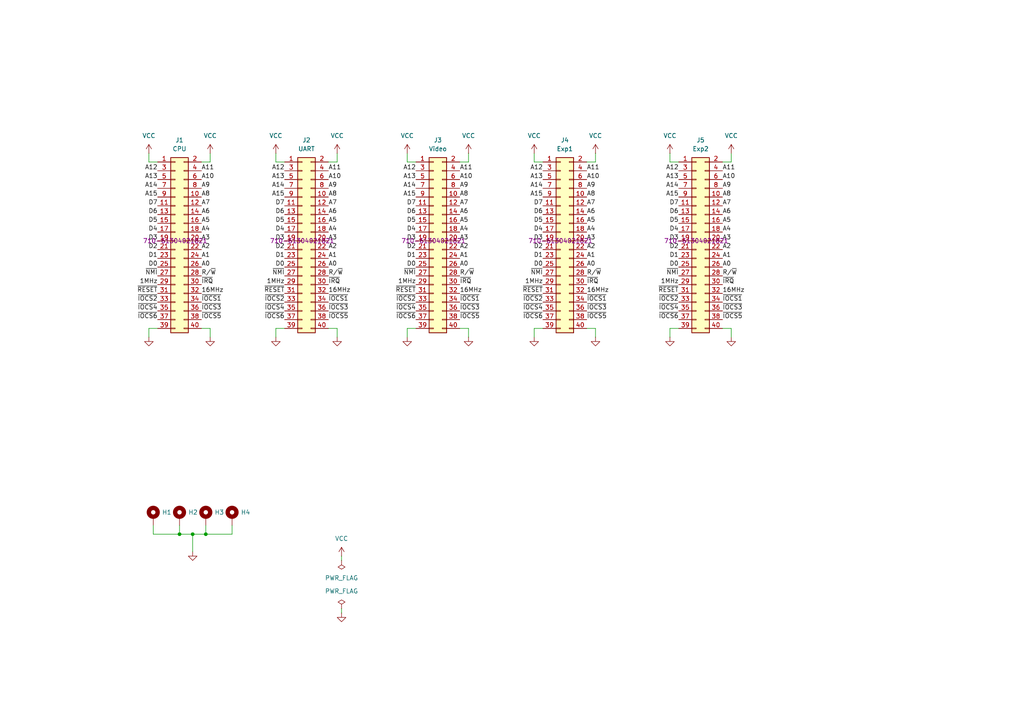
<source format=kicad_sch>
(kicad_sch (version 20250114) (generator "eeschema") (generator_version "9.0")
  (paper "A4")
  (lib_symbols
    (symbol "Connector_Generic:Conn_02x20_Odd_Even" (pin_names (offset 1.016) (hide yes))
      (property "Reference" "J" (at 1.27 25.4 0))
      (property "Value" "Conn_02x20_Odd_Even" (at 1.27 -27.94 0))
      (symbol "Conn_02x20_Odd_Even_1_1"
        (rectangle (start -1.27 24.13) (end 3.81 -26.67) (stroke (width 0.254)) (fill (type background)))
        (rectangle (start -1.27 22.987) (end 0 22.733) (stroke (width 0.1524)))
        (rectangle (start -1.27 20.447) (end 0 20.193) (stroke (width 0.1524)))
        (rectangle (start -1.27 17.907) (end 0 17.653) (stroke (width 0.1524)))
        (rectangle (start -1.27 15.367) (end 0 15.113) (stroke (width 0.1524)))
        (rectangle (start -1.27 12.827) (end 0 12.573) (stroke (width 0.1524)))
        (rectangle (start -1.27 10.287) (end 0 10.033) (stroke (width 0.1524)))
        (rectangle (start -1.27 7.747) (end 0 7.493) (stroke (width 0.1524)))
        (rectangle (start -1.27 5.207) (end 0 4.953) (stroke (width 0.1524)))
        (rectangle (start -1.27 2.667) (end 0 2.413) (stroke (width 0.1524)))
        (rectangle (start -1.27 0.127) (end 0 -0.127) (stroke (width 0.1524)))
        (rectangle (start -1.27 -2.413) (end 0 -2.667) (stroke (width 0.1524)))
        (rectangle (start -1.27 -4.953) (end 0 -5.207) (stroke (width 0.1524)))
        (rectangle (start -1.27 -7.493) (end 0 -7.747) (stroke (width 0.1524)))
        (rectangle (start -1.27 -10.033) (end 0 -10.287) (stroke (width 0.1524)))
        (rectangle (start -1.27 -12.573) (end 0 -12.827) (stroke (width 0.1524)))
        (rectangle (start -1.27 -15.113) (end 0 -15.367) (stroke (width 0.1524)))
        (rectangle (start -1.27 -17.653) (end 0 -17.907) (stroke (width 0.1524)))
        (rectangle (start -1.27 -20.193) (end 0 -20.447) (stroke (width 0.1524)))
        (rectangle (start -1.27 -22.733) (end 0 -22.987) (stroke (width 0.1524)))
        (rectangle (start -1.27 -25.273) (end 0 -25.527) (stroke (width 0.1524)))
        (rectangle (start 3.81 22.987) (end 2.54 22.733) (stroke (width 0.1524)))
        (rectangle (start 3.81 20.447) (end 2.54 20.193) (stroke (width 0.1524)))
        (rectangle (start 3.81 17.907) (end 2.54 17.653) (stroke (width 0.1524)))
        (rectangle (start 3.81 15.367) (end 2.54 15.113) (stroke (width 0.1524)))
        (rectangle (start 3.81 12.827) (end 2.54 12.573) (stroke (width 0.1524)))
        (rectangle (start 3.81 10.287) (end 2.54 10.033) (stroke (width 0.1524)))
        (rectangle (start 3.81 7.747) (end 2.54 7.493) (stroke (width 0.1524)))
        (rectangle (start 3.81 5.207) (end 2.54 4.953) (stroke (width 0.1524)))
        (rectangle (start 3.81 2.667) (end 2.54 2.413) (stroke (width 0.1524)))
        (rectangle (start 3.81 0.127) (end 2.54 -0.127) (stroke (width 0.1524)))
        (rectangle (start 3.81 -2.413) (end 2.54 -2.667) (stroke (width 0.1524)))
        (rectangle (start 3.81 -4.953) (end 2.54 -5.207) (stroke (width 0.1524)))
        (rectangle (start 3.81 -7.493) (end 2.54 -7.747) (stroke (width 0.1524)))
        (rectangle (start 3.81 -10.033) (end 2.54 -10.287) (stroke (width 0.1524)))
        (rectangle (start 3.81 -12.573) (end 2.54 -12.827) (stroke (width 0.1524)))
        (rectangle (start 3.81 -15.113) (end 2.54 -15.367) (stroke (width 0.1524)))
        (rectangle (start 3.81 -17.653) (end 2.54 -17.907) (stroke (width 0.1524)))
        (rectangle (start 3.81 -20.193) (end 2.54 -20.447) (stroke (width 0.1524)))
        (rectangle (start 3.81 -22.733) (end 2.54 -22.987) (stroke (width 0.1524)))
        (rectangle (start 3.81 -25.273) (end 2.54 -25.527) (stroke (width 0.1524)))
        (pin passive line (at -5.08 22.86 0) (length 3.81) (name "Pin_1") (number "1"))
        (pin passive line (at -5.08 20.32 0) (length 3.81) (name "Pin_3") (number "3"))
        (pin passive line (at -5.08 17.78 0) (length 3.81) (name "Pin_5") (number "5"))
        (pin passive line (at -5.08 15.24 0) (length 3.81) (name "Pin_7") (number "7"))
        (pin passive line (at -5.08 12.7 0) (length 3.81) (name "Pin_9") (number "9"))
        (pin passive line (at -5.08 10.16 0) (length 3.81) (name "Pin_11") (number "11"))
        (pin passive line (at -5.08 7.62 0) (length 3.81) (name "Pin_13") (number "13"))
        (pin passive line (at -5.08 5.08 0) (length 3.81) (name "Pin_15") (number "15"))
        (pin passive line (at -5.08 2.54 0) (length 3.81) (name "Pin_17") (number "17"))
        (pin passive line (at -5.08 0 0) (length 3.81) (name "Pin_19") (number "19"))
        (pin passive line (at -5.08 -2.54 0) (length 3.81) (name "Pin_21") (number "21"))
        (pin passive line (at -5.08 -5.08 0) (length 3.81) (name "Pin_23") (number "23"))
        (pin passive line (at -5.08 -7.62 0) (length 3.81) (name "Pin_25") (number "25"))
        (pin passive line (at -5.08 -10.16 0) (length 3.81) (name "Pin_27") (number "27"))
        (pin passive line (at -5.08 -12.7 0) (length 3.81) (name "Pin_29") (number "29"))
        (pin passive line (at -5.08 -15.24 0) (length 3.81) (name "Pin_31") (number "31"))
        (pin passive line (at -5.08 -17.78 0) (length 3.81) (name "Pin_33") (number "33"))
        (pin passive line (at -5.08 -20.32 0) (length 3.81) (name "Pin_35") (number "35"))
        (pin passive line (at -5.08 -22.86 0) (length 3.81) (name "Pin_37") (number "37"))
        (pin passive line (at -5.08 -25.4 0) (length 3.81) (name "Pin_39") (number "39"))
        (pin passive line (at 7.62 22.86 180) (length 3.81) (name "Pin_2") (number "2"))
        (pin passive line (at 7.62 20.32 180) (length 3.81) (name "Pin_4") (number "4"))
        (pin passive line (at 7.62 17.78 180) (length 3.81) (name "Pin_6") (number "6"))
        (pin passive line (at 7.62 15.24 180) (length 3.81) (name "Pin_8") (number "8"))
        (pin passive line (at 7.62 12.7 180) (length 3.81) (name "Pin_10") (number "10"))
        (pin passive line (at 7.62 10.16 180) (length 3.81) (name "Pin_12") (number "12"))
        (pin passive line (at 7.62 7.62 180) (length 3.81) (name "Pin_14") (number "14"))
        (pin passive line (at 7.62 5.08 180) (length 3.81) (name "Pin_16") (number "16"))
        (pin passive line (at 7.62 2.54 180) (length 3.81) (name "Pin_18") (number "18"))
        (pin passive line (at 7.62 0 180) (length 3.81) (name "Pin_20") (number "20"))
        (pin passive line (at 7.62 -2.54 180) (length 3.81) (name "Pin_22") (number "22"))
        (pin passive line (at 7.62 -5.08 180) (length 3.81) (name "Pin_24") (number "24"))
        (pin passive line (at 7.62 -7.62 180) (length 3.81) (name "Pin_26") (number "26"))
        (pin passive line (at 7.62 -10.16 180) (length 3.81) (name "Pin_28") (number "28"))
        (pin passive line (at 7.62 -12.7 180) (length 3.81) (name "Pin_30") (number "30"))
        (pin passive line (at 7.62 -15.24 180) (length 3.81) (name "Pin_32") (number "32"))
        (pin passive line (at 7.62 -17.78 180) (length 3.81) (name "Pin_34") (number "34"))
        (pin passive line (at 7.62 -20.32 180) (length 3.81) (name "Pin_36") (number "36"))
        (pin passive line (at 7.62 -22.86 180) (length 3.81) (name "Pin_38") (number "38"))
        (pin passive line (at 7.62 -25.4 180) (length 3.81) (name "Pin_40") (number "40"))
      )
    )
    (symbol "Mechanical:MountingHole_Pad" (pin_numbers (hide yes)) (pin_names (offset 1.016) (hide yes)) (in_bom no)
      (property "Reference" "H" (at 0 6.35 0))
      (property "Value" "MountingHole_Pad" (at 0 4.445 0))
      (symbol "MountingHole_Pad_0_1"
        (circle (center 0 1.27) (radius 1.27) (stroke (width 1.27)))
      )
      (symbol "MountingHole_Pad_1_1"
        (pin input line (at 0 -2.54 90) (length 2.54) (name "1") (number "1"))
      )
    )
    (symbol "power:GND" (power) (pin_numbers (hide yes)) (pin_names (offset 0) (hide yes))
      (property "Value" "GND" (at 0 -3.81 0))
      (symbol "GND_0_1"
        (polyline (pts (xy 0 0) (xy 0 -1.27) (xy 1.27 -1.27) (xy 0 -2.54) (xy -1.27 -1.27) (xy 0 -1.27)))
      )
      (symbol "GND_1_1"
        (pin power_in line (at 0 0 270) (length 0) (name "~") (number "1"))
      )
    )
    (symbol "power:PWR_FLAG" (power) (pin_numbers (hide yes)) (pin_names (offset 0) (hide yes))
      (property "Value" "PWR_FLAG" (at 0 3.81 0))
      (symbol "PWR_FLAG_0_0"
        (pin power_out line (at 0 0 90) (length 0) (name "~") (number "1"))
      )
      (symbol "PWR_FLAG_0_1"
        (polyline (pts (xy 0 0) (xy 0 1.27) (xy -1.016 1.905) (xy 0 2.54) (xy 1.016 1.905) (xy 0 1.27)))
      )
    )
    (symbol "power:VCC" (power) (pin_numbers (hide yes)) (pin_names (offset 0) (hide yes))
      (property "Value" "VCC" (at 0 3.556 0))
      (symbol "VCC_0_1"
        (polyline (pts (xy -0.762 1.27) (xy 0 2.54)))
        (polyline (pts (xy 0 2.54) (xy 0.762 1.27)))
        (polyline (pts (xy 0 0) (xy 0 2.54)))
      )
      (symbol "VCC_1_1"
        (pin power_in line (at 0 0 90) (length 0) (name "~") (number "1"))
      )
    )
  )
  (junction (at 52.07 154.94))
  (junction (at 55.88 154.94))
  (junction (at 59.69 154.94))
  (wire (pts (xy 209.55 46.99) (xy 212.09 46.99)))
  (wire (pts (xy 154.94 95.25) (xy 157.48 95.25)))
  (wire (pts (xy 45.72 46.99) (xy 43.18 46.99)))
  (wire (pts (xy 118.11 95.25) (xy 120.65 95.25)))
  (wire (pts (xy 43.18 44.45) (xy 43.18 46.99)))
  (wire (pts (xy 212.09 95.25) (xy 209.55 95.25)))
  (wire (pts (xy 59.69 152.4) (xy 59.69 154.94)))
  (wire (pts (xy 118.11 97.79) (xy 118.11 95.25)))
  (wire (pts (xy 172.72 95.25) (xy 170.18 95.25)))
  (wire (pts (xy 97.79 44.45) (xy 97.79 46.99)))
  (wire (pts (xy 59.69 154.94) (xy 67.31 154.94)))
  (wire (pts (xy 133.35 46.99) (xy 135.89 46.99)))
  (wire (pts (xy 212.09 44.45) (xy 212.09 46.99)))
  (wire (pts (xy 55.88 154.94) (xy 55.88 160.02)))
  (wire (pts (xy 60.96 97.79) (xy 60.96 95.25)))
  (wire (pts (xy 99.06 176.53) (xy 99.06 177.8)))
  (wire (pts (xy 67.31 154.94) (xy 67.31 152.4)))
  (wire (pts (xy 55.88 154.94) (xy 59.69 154.94)))
  (wire (pts (xy 52.07 154.94) (xy 55.88 154.94)))
  (wire (pts (xy 97.79 97.79) (xy 97.79 95.25)))
  (wire (pts (xy 44.45 154.94) (xy 52.07 154.94)))
  (wire (pts (xy 44.45 152.4) (xy 44.45 154.94)))
  (wire (pts (xy 194.31 44.45) (xy 194.31 46.99)))
  (wire (pts (xy 172.72 44.45) (xy 172.72 46.99)))
  (wire (pts (xy 97.79 95.25) (xy 95.25 95.25)))
  (wire (pts (xy 170.18 46.99) (xy 172.72 46.99)))
  (wire (pts (xy 95.25 46.99) (xy 97.79 46.99)))
  (wire (pts (xy 80.01 44.45) (xy 80.01 46.99)))
  (wire (pts (xy 172.72 97.79) (xy 172.72 95.25)))
  (wire (pts (xy 60.96 44.45) (xy 60.96 46.99)))
  (wire (pts (xy 194.31 95.25) (xy 196.85 95.25)))
  (wire (pts (xy 58.42 46.99) (xy 60.96 46.99)))
  (wire (pts (xy 135.89 44.45) (xy 135.89 46.99)))
  (wire (pts (xy 80.01 97.79) (xy 80.01 95.25)))
  (wire (pts (xy 194.31 97.79) (xy 194.31 95.25)))
  (wire (pts (xy 82.55 46.99) (xy 80.01 46.99)))
  (wire (pts (xy 154.94 44.45) (xy 154.94 46.99)))
  (wire (pts (xy 80.01 95.25) (xy 82.55 95.25)))
  (wire (pts (xy 135.89 95.25) (xy 133.35 95.25)))
  (wire (pts (xy 154.94 97.79) (xy 154.94 95.25)))
  (wire (pts (xy 43.18 95.25) (xy 45.72 95.25)))
  (wire (pts (xy 60.96 95.25) (xy 58.42 95.25)))
  (wire (pts (xy 43.18 97.79) (xy 43.18 95.25)))
  (wire (pts (xy 157.48 46.99) (xy 154.94 46.99)))
  (wire (pts (xy 52.07 152.4) (xy 52.07 154.94)))
  (wire (pts (xy 99.06 161.29) (xy 99.06 162.56)))
  (wire (pts (xy 196.85 46.99) (xy 194.31 46.99)))
  (wire (pts (xy 135.89 97.79) (xy 135.89 95.25)))
  (wire (pts (xy 118.11 44.45) (xy 118.11 46.99)))
  (wire (pts (xy 212.09 97.79) (xy 212.09 95.25)))
  (wire (pts (xy 120.65 46.99) (xy 118.11 46.99)))
  (label "D6" (at 157.48 62.23 180))
  (label "~{IRQ}" (at 170.18 82.55 0))
  (label "D4" (at 157.48 67.31 180))
  (label "1MHz" (at 45.72 82.55 180))
  (label "A1" (at 133.35 74.93 0))
  (label "A3" (at 133.35 69.85 0))
  (label "~{IOCS5}" (at 170.18 92.71 0))
  (label "~{NMI}" (at 120.65 80.01 180))
  (label "D7" (at 45.72 59.69 180))
  (label "A1" (at 209.55 74.93 0))
  (label "A12" (at 196.85 49.53 180))
  (label "A5" (at 95.25 64.77 0))
  (label "R{slash}~{W}" (at 170.18 80.01 0))
  (label "A15" (at 157.48 57.15 180))
  (label "A11" (at 170.18 49.53 0))
  (label "A0" (at 170.18 77.47 0))
  (label "D5" (at 157.48 64.77 180))
  (label "D6" (at 196.85 62.23 180))
  (label "A9" (at 58.42 54.61 0))
  (label "16MHz" (at 95.25 85.09 0))
  (label "A14" (at 120.65 54.61 180))
  (label "~{NMI}" (at 196.85 80.01 180))
  (label "~{IOCS3}" (at 95.25 90.17 0))
  (label "D1" (at 120.65 74.93 180))
  (label "D3" (at 45.72 69.85 180))
  (label "D1" (at 196.85 74.93 180))
  (label "~{IRQ}" (at 133.35 82.55 0))
  (label "~{IOCS3}" (at 133.35 90.17 0))
  (label "A10" (at 133.35 52.07 0))
  (label "A9" (at 133.35 54.61 0))
  (label "A11" (at 209.55 49.53 0))
  (label "A1" (at 170.18 74.93 0))
  (label "A13" (at 82.55 52.07 180))
  (label "A6" (at 133.35 62.23 0))
  (label "~{IOCS4}" (at 157.48 90.17 180))
  (label "A13" (at 120.65 52.07 180))
  (label "~{IOCS2}" (at 157.48 87.63 180))
  (label "A3" (at 170.18 69.85 0))
  (label "A15" (at 196.85 57.15 180))
  (label "A13" (at 196.85 52.07 180))
  (label "D4" (at 196.85 67.31 180))
  (label "D7" (at 82.55 59.69 180))
  (label "A15" (at 120.65 57.15 180))
  (label "A7" (at 58.42 59.69 0))
  (label "A8" (at 170.18 57.15 0))
  (label "D5" (at 120.65 64.77 180))
  (label "D2" (at 45.72 72.39 180))
  (label "A1" (at 95.25 74.93 0))
  (label "A4" (at 170.18 67.31 0))
  (label "D0" (at 82.55 77.47 180))
  (label "A0" (at 95.25 77.47 0))
  (label "D2" (at 196.85 72.39 180))
  (label "~{NMI}" (at 45.72 80.01 180))
  (label "~{RESET}" (at 196.85 85.09 180))
  (label "D4" (at 82.55 67.31 180))
  (label "A12" (at 45.72 49.53 180))
  (label "A12" (at 120.65 49.53 180))
  (label "R{slash}~{W}" (at 58.42 80.01 0))
  (label "A10" (at 209.55 52.07 0))
  (label "D3" (at 82.55 69.85 180))
  (label "A10" (at 95.25 52.07 0))
  (label "D6" (at 120.65 62.23 180))
  (label "A2" (at 58.42 72.39 0))
  (label "~{IOCS5}" (at 133.35 92.71 0))
  (label "~{IOCS2}" (at 196.85 87.63 180))
  (label "A7" (at 95.25 59.69 0))
  (label "~{NMI}" (at 157.48 80.01 180))
  (label "A7" (at 133.35 59.69 0))
  (label "A5" (at 170.18 64.77 0))
  (label "16MHz" (at 170.18 85.09 0))
  (label "~{IOCS3}" (at 209.55 90.17 0))
  (label "A4" (at 209.55 67.31 0))
  (label "A6" (at 209.55 62.23 0))
  (label "1MHz" (at 196.85 82.55 180))
  (label "A14" (at 157.48 54.61 180))
  (label "D4" (at 45.72 67.31 180))
  (label "A8" (at 209.55 57.15 0))
  (label "D1" (at 157.48 74.93 180))
  (label "D7" (at 196.85 59.69 180))
  (label "A14" (at 82.55 54.61 180))
  (label "R{slash}~{W}" (at 133.35 80.01 0))
  (label "D5" (at 45.72 64.77 180))
  (label "A0" (at 58.42 77.47 0))
  (label "A9" (at 95.25 54.61 0))
  (label "D0" (at 45.72 77.47 180))
  (label "A11" (at 133.35 49.53 0))
  (label "~{RESET}" (at 120.65 85.09 180))
  (label "~{IOCS4}" (at 82.55 90.17 180))
  (label "16MHz" (at 209.55 85.09 0))
  (label "A4" (at 58.42 67.31 0))
  (label "~{IOCS1}" (at 133.35 87.63 0))
  (label "~{IOCS6}" (at 157.48 92.71 180))
  (label "~{NMI}" (at 82.55 80.01 180))
  (label "A7" (at 170.18 59.69 0))
  (label "A11" (at 95.25 49.53 0))
  (label "D3" (at 157.48 69.85 180))
  (label "~{IOCS5}" (at 58.42 92.71 0))
  (label "D2" (at 157.48 72.39 180))
  (label "~{IOCS2}" (at 120.65 87.63 180))
  (label "A8" (at 133.35 57.15 0))
  (label "~{IOCS6}" (at 82.55 92.71 180))
  (label "D1" (at 45.72 74.93 180))
  (label "A14" (at 196.85 54.61 180))
  (label "~{IOCS6}" (at 120.65 92.71 180))
  (label "D2" (at 120.65 72.39 180))
  (label "~{IOCS3}" (at 170.18 90.17 0))
  (label "D4" (at 120.65 67.31 180))
  (label "~{IOCS4}" (at 196.85 90.17 180))
  (label "A2" (at 133.35 72.39 0))
  (label "~{IOCS3}" (at 58.42 90.17 0))
  (label "A1" (at 58.42 74.93 0))
  (label "R{slash}~{W}" (at 209.55 80.01 0))
  (label "~{IOCS1}" (at 58.42 87.63 0))
  (label "~{IOCS5}" (at 95.25 92.71 0))
  (label "~{IOCS1}" (at 209.55 87.63 0))
  (label "~{IRQ}" (at 95.25 82.55 0))
  (label "D7" (at 157.48 59.69 180))
  (label "A2" (at 170.18 72.39 0))
  (label "A5" (at 133.35 64.77 0))
  (label "A3" (at 209.55 69.85 0))
  (label "A5" (at 58.42 64.77 0))
  (label "A2" (at 95.25 72.39 0))
  (label "~{IOCS4}" (at 45.72 90.17 180))
  (label "D7" (at 120.65 59.69 180))
  (label "1MHz" (at 120.65 82.55 180))
  (label "1MHz" (at 82.55 82.55 180))
  (label "D6" (at 82.55 62.23 180))
  (label "A11" (at 58.42 49.53 0))
  (label "~{IRQ}" (at 58.42 82.55 0))
  (label "~{RESET}" (at 82.55 85.09 180))
  (label "A2" (at 209.55 72.39 0))
  (label "A15" (at 82.55 57.15 180))
  (label "~{IOCS2}" (at 82.55 87.63 180))
  (label "A6" (at 58.42 62.23 0))
  (label "A8" (at 58.42 57.15 0))
  (label "A7" (at 209.55 59.69 0))
  (label "A6" (at 95.25 62.23 0))
  (label "A3" (at 95.25 69.85 0))
  (label "A14" (at 45.72 54.61 180))
  (label "D5" (at 82.55 64.77 180))
  (label "D5" (at 196.85 64.77 180))
  (label "A0" (at 209.55 77.47 0))
  (label "~{IOCS2}" (at 45.72 87.63 180))
  (label "~{IOCS6}" (at 196.85 92.71 180))
  (label "1MHz" (at 157.48 82.55 180))
  (label "D0" (at 157.48 77.47 180))
  (label "D0" (at 196.85 77.47 180))
  (label "~{RESET}" (at 157.48 85.09 180))
  (label "~{IOCS1}" (at 170.18 87.63 0))
  (label "~{IOCS6}" (at 45.72 92.71 180))
  (label "A6" (at 170.18 62.23 0))
  (label "A13" (at 157.48 52.07 180))
  (label "~{IOCS5}" (at 209.55 92.71 0))
  (label "D0" (at 120.65 77.47 180))
  (label "A9" (at 170.18 54.61 0))
  (label "A12" (at 157.48 49.53 180))
  (label "R{slash}~{W}" (at 95.25 80.01 0))
  (label "A8" (at 95.25 57.15 0))
  (label "A10" (at 170.18 52.07 0))
  (label "~{IOCS1}" (at 95.25 87.63 0))
  (label "D6" (at 45.72 62.23 180))
  (label "16MHz" (at 133.35 85.09 0))
  (label "D2" (at 82.55 72.39 180))
  (label "A15" (at 45.72 57.15 180))
  (label "A4" (at 95.25 67.31 0))
  (label "D3" (at 120.65 69.85 180))
  (label "~{IOCS4}" (at 120.65 90.17 180))
  (label "16MHz" (at 58.42 85.09 0))
  (label "D3" (at 196.85 69.85 180))
  (label "A9" (at 209.55 54.61 0))
  (label "A5" (at 209.55 64.77 0))
  (label "A10" (at 58.42 52.07 0))
  (label "A4" (at 133.35 67.31 0))
  (label "~{IRQ}" (at 209.55 82.55 0))
  (label "A13" (at 45.72 52.07 180))
  (label "A3" (at 58.42 69.85 0))
  (label "A0" (at 133.35 77.47 0))
  (label "D1" (at 82.55 74.93 180))
  (label "A12" (at 82.55 49.53 180))
  (label "~{RESET}" (at 45.72 85.09 180))
  (symbol (lib_id "Connector_Generic:Conn_02x20_Odd_Even") (at 87.63 69.85 0) (unit 1)
    (property "Reference" "J2" (at 88.9 40.64 0))
    (property "Value" "UART" (at 88.9 43.18 0))
    (property "Footprint" "Connector_PinSocket_2.54mm:PinSocket_2x20_P2.54mm_Vertical" (effects (hide yes)))
    (property "Description" "Generic connector, double row, 02x20, odd/even pin numbering scheme (row 1 odd numbers, row 2 even numbers), script generated (kicad-library-utils/schlib/autogen/connector/)" (effects (hide yes)))
    (property "Mouser" "710-61304021821" (at 87.63 69.85 0))
  )
  (symbol (lib_id "power:GND") (at 194.31 97.79 0) (unit 1)
    (property "Reference" "#PWR038" (effects (hide yes)))
    (property "Value" "GND" (effects (hide yes)))
    (property "Description" "Power symbol creates a global label with name \"GND\" , ground" (effects (hide yes)))
  )
  (symbol (lib_id "Connector_Generic:Conn_02x20_Odd_Even") (at 125.73 69.85 0) (unit 1)
    (property "Reference" "J3" (at 127 40.64 0))
    (property "Value" "Video" (at 127 43.18 0))
    (property "Footprint" "Connector_PinSocket_2.54mm:PinSocket_2x20_P2.54mm_Vertical" (effects (hide yes)))
    (property "Description" "Generic connector, double row, 02x20, odd/even pin numbering scheme (row 1 odd numbers, row 2 even numbers), script generated (kicad-library-utils/schlib/autogen/connector/)" (effects (hide yes)))
    (property "Mouser" "710-61304021821" (at 125.73 69.85 0))
  )
  (symbol (lib_id "power:VCC") (at 99.06 161.29 0) (unit 1)
    (property "Reference" "#PWR042" (effects (hide yes)))
    (property "Value" "VCC" (at 99.06 156.21 0))
    (property "Description" "Power symbol creates a global label with name \"VCC\"" (effects (hide yes)))
  )
  (symbol (lib_id "power:GND") (at 97.79 97.79 0) (mirror y) (unit 1)
    (property "Reference" "#PWR028" (effects (hide yes)))
    (property "Value" "GND" (effects (hide yes)))
    (property "Description" "Power symbol creates a global label with name \"GND\" , ground" (effects (hide yes)))
  )
  (symbol (lib_id "power:VCC") (at 118.11 44.45 0) (unit 1)
    (property "Reference" "#PWR029" (effects (hide yes)))
    (property "Value" "VCC" (at 118.11 39.37 0))
    (property "Description" "Power symbol creates a global label with name \"VCC\"" (effects (hide yes)))
  )
  (symbol (lib_id "power:VCC") (at 97.79 44.45 0) (unit 1)
    (property "Reference" "#PWR027" (effects (hide yes)))
    (property "Value" "VCC" (at 97.79 39.37 0))
    (property "Description" "Power symbol creates a global label with name \"VCC\"" (effects (hide yes)))
  )
  (symbol (lib_id "Connector_Generic:Conn_02x20_Odd_Even") (at 201.93 69.85 0) (unit 1)
    (property "Reference" "J5" (at 203.2 40.64 0))
    (property "Value" "Exp2" (at 203.2 43.18 0))
    (property "Footprint" "Connector_PinSocket_2.54mm:PinSocket_2x20_P2.54mm_Vertical" (effects (hide yes)))
    (property "Description" "Generic connector, double row, 02x20, odd/even pin numbering scheme (row 1 odd numbers, row 2 even numbers), script generated (kicad-library-utils/schlib/autogen/connector/)" (effects (hide yes)))
    (property "Mouser" "710-61304021821" (at 201.93 69.85 0))
  )
  (symbol (lib_id "power:GND") (at 55.88 160.02 0) (unit 1)
    (property "Reference" "#PWR020" (effects (hide yes)))
    (property "Value" "GND" (effects (hide yes)))
    (property "Description" "Power symbol creates a global label with name \"GND\" , ground" (effects (hide yes)))
  )
  (symbol (lib_id "Connector_Generic:Conn_02x20_Odd_Even") (at 50.8 69.85 0) (unit 1)
    (property "Reference" "J1" (at 52.07 40.64 0))
    (property "Value" "CPU" (at 52.07 43.18 0))
    (property "Footprint" "Connector_PinSocket_2.54mm:PinSocket_2x20_P2.54mm_Vertical" (effects (hide yes)))
    (property "Description" "Generic connector, double row, 02x20, odd/even pin numbering scheme (row 1 odd numbers, row 2 even numbers), script generated (kicad-library-utils/schlib/autogen/connector/)" (effects (hide yes)))
    (property "Mouser" "710-61304021821" (at 50.8 69.85 0))
  )
  (symbol (lib_id "power:GND") (at 212.09 97.79 0) (mirror y) (unit 1)
    (property "Reference" "#PWR040" (effects (hide yes)))
    (property "Value" "GND" (effects (hide yes)))
    (property "Description" "Power symbol creates a global label with name \"GND\" , ground" (effects (hide yes)))
  )
  (symbol (lib_id "power:GND") (at 135.89 97.79 0) (mirror y) (unit 1)
    (property "Reference" "#PWR032" (effects (hide yes)))
    (property "Value" "GND" (effects (hide yes)))
    (property "Description" "Power symbol creates a global label with name \"GND\" , ground" (effects (hide yes)))
  )
  (symbol (lib_id "power:GND") (at 99.06 177.8 0) (unit 1)
    (property "Reference" "#PWR041" (effects (hide yes)))
    (property "Value" "GND" (effects (hide yes)))
    (property "Description" "Power symbol creates a global label with name \"GND\" , ground" (effects (hide yes)))
  )
  (symbol (lib_id "power:VCC") (at 80.01 44.45 0) (unit 1)
    (property "Reference" "#PWR025" (effects (hide yes)))
    (property "Value" "VCC" (at 80.01 39.37 0))
    (property "Description" "Power symbol creates a global label with name \"VCC\"" (effects (hide yes)))
  )
  (symbol (lib_id "power:GND") (at 80.01 97.79 0) (unit 1)
    (property "Reference" "#PWR026" (effects (hide yes)))
    (property "Value" "GND" (effects (hide yes)))
    (property "Description" "Power symbol creates a global label with name \"GND\" , ground" (effects (hide yes)))
  )
  (symbol (lib_id "power:VCC") (at 154.94 44.45 0) (unit 1)
    (property "Reference" "#PWR033" (effects (hide yes)))
    (property "Value" "VCC" (at 154.94 39.37 0))
    (property "Description" "Power symbol creates a global label with name \"VCC\"" (effects (hide yes)))
  )
  (symbol (lib_id "power:GND") (at 43.18 97.79 0) (unit 1)
    (property "Reference" "#PWR022" (effects (hide yes)))
    (property "Value" "GND" (effects (hide yes)))
    (property "Description" "Power symbol creates a global label with name \"GND\" , ground" (effects (hide yes)))
  )
  (symbol (lib_id "power:GND") (at 60.96 97.79 0) (mirror y) (unit 1)
    (property "Reference" "#PWR021" (effects (hide yes)))
    (property "Value" "GND" (effects (hide yes)))
    (property "Description" "Power symbol creates a global label with name \"GND\" , ground" (effects (hide yes)))
  )
  (symbol (lib_id "power:VCC") (at 60.96 44.45 0) (unit 1)
    (property "Reference" "#PWR023" (effects (hide yes)))
    (property "Value" "VCC" (at 60.96 39.37 0))
    (property "Description" "Power symbol creates a global label with name \"VCC\"" (effects (hide yes)))
  )
  (symbol (lib_id "power:VCC") (at 194.31 44.45 0) (unit 1)
    (property "Reference" "#PWR037" (effects (hide yes)))
    (property "Value" "VCC" (at 194.31 39.37 0))
    (property "Description" "Power symbol creates a global label with name \"VCC\"" (effects (hide yes)))
  )
  (symbol (lib_id "Mechanical:MountingHole_Pad") (at 67.31 149.86 0) (unit 1) (in_bom no)
    (property "Reference" "H4" (at 69.85 148.5899 0) (effects (justify left)))
    (property "Value" "MountingHole_Pad" (effects (hide yes)))
    (property "Footprint" "MountingHole:MountingHole_3.2mm_M3_Pad_Via" (effects (hide yes)))
    (property "Description" "Mounting Hole with connection" (effects (hide yes)))
  )
  (symbol (lib_id "power:GND") (at 154.94 97.79 0) (unit 1)
    (property "Reference" "#PWR034" (effects (hide yes)))
    (property "Value" "GND" (effects (hide yes)))
    (property "Description" "Power symbol creates a global label with name \"GND\" , ground" (effects (hide yes)))
  )
  (symbol (lib_id "power:GND") (at 172.72 97.79 0) (mirror y) (unit 1)
    (property "Reference" "#PWR036" (effects (hide yes)))
    (property "Value" "GND" (effects (hide yes)))
    (property "Description" "Power symbol creates a global label with name \"GND\" , ground" (effects (hide yes)))
  )
  (symbol (lib_id "power:VCC") (at 43.18 44.45 0) (unit 1)
    (property "Reference" "#PWR024" (effects (hide yes)))
    (property "Value" "VCC" (at 43.18 39.37 0))
    (property "Description" "Power symbol creates a global label with name \"VCC\"" (effects (hide yes)))
  )
  (symbol (lib_id "Mechanical:MountingHole_Pad") (at 52.07 149.86 0) (unit 1) (in_bom no)
    (property "Reference" "H2" (at 54.61 148.5899 0) (effects (justify left)))
    (property "Value" "MountingHole_Pad" (effects (hide yes)))
    (property "Footprint" "MountingHole:MountingHole_3.2mm_M3_Pad_Via" (effects (hide yes)))
    (property "Description" "Mounting Hole with connection" (effects (hide yes)))
  )
  (symbol (lib_id "power:VCC") (at 172.72 44.45 0) (unit 1)
    (property "Reference" "#PWR035" (effects (hide yes)))
    (property "Value" "VCC" (at 172.72 39.37 0))
    (property "Description" "Power symbol creates a global label with name \"VCC\"" (effects (hide yes)))
  )
  (symbol (lib_id "Connector_Generic:Conn_02x20_Odd_Even") (at 162.56 69.85 0) (unit 1)
    (property "Reference" "J4" (at 163.83 40.64 0))
    (property "Value" "Exp1" (at 163.83 43.18 0))
    (property "Footprint" "Connector_PinSocket_2.54mm:PinSocket_2x20_P2.54mm_Vertical" (effects (hide yes)))
    (property "Description" "Generic connector, double row, 02x20, odd/even pin numbering scheme (row 1 odd numbers, row 2 even numbers), script generated (kicad-library-utils/schlib/autogen/connector/)" (effects (hide yes)))
    (property "Mouser" "710-61304021821" (at 162.56 69.85 0))
  )
  (symbol (lib_id "Mechanical:MountingHole_Pad") (at 59.69 149.86 0) (unit 1) (in_bom no)
    (property "Reference" "H3" (at 62.23 148.5899 0) (effects (justify left)))
    (property "Value" "MountingHole_Pad" (effects (hide yes)))
    (property "Footprint" "MountingHole:MountingHole_3.2mm_M3_Pad_Via" (effects (hide yes)))
    (property "Description" "Mounting Hole with connection" (effects (hide yes)))
  )
  (symbol (lib_id "power:PWR_FLAG") (at 99.06 176.53 0) (unit 1)
    (property "Reference" "#FLG01" (effects (hide yes)))
    (property "Value" "PWR_FLAG" (at 99.06 171.45 0))
    (property "Description" "Special symbol for telling ERC where power comes from" (effects (hide yes)))
  )
  (symbol (lib_id "Mechanical:MountingHole_Pad") (at 44.45 149.86 0) (unit 1) (in_bom no)
    (property "Reference" "H1" (at 46.99 148.5899 0) (effects (justify left)))
    (property "Value" "MountingHole_Pad" (effects (hide yes)))
    (property "Footprint" "MountingHole:MountingHole_3.2mm_M3_Pad_Via" (effects (hide yes)))
    (property "Description" "Mounting Hole with connection" (effects (hide yes)))
  )
  (symbol (lib_id "power:PWR_FLAG") (at 99.06 162.56 180) (unit 1)
    (property "Reference" "#FLG02" (effects (hide yes)))
    (property "Value" "PWR_FLAG" (at 99.06 167.64 0))
    (property "Description" "Special symbol for telling ERC where power comes from" (effects (hide yes)))
  )
  (symbol (lib_id "power:VCC") (at 135.89 44.45 0) (unit 1)
    (property "Reference" "#PWR031" (effects (hide yes)))
    (property "Value" "VCC" (at 135.89 39.37 0))
    (property "Description" "Power symbol creates a global label with name \"VCC\"" (effects (hide yes)))
  )
  (symbol (lib_id "power:GND") (at 118.11 97.79 0) (unit 1)
    (property "Reference" "#PWR030" (effects (hide yes)))
    (property "Value" "GND" (effects (hide yes)))
    (property "Description" "Power symbol creates a global label with name \"GND\" , ground" (effects (hide yes)))
  )
  (symbol (lib_id "power:VCC") (at 212.09 44.45 0) (unit 1)
    (property "Reference" "#PWR039" (effects (hide yes)))
    (property "Value" "VCC" (at 212.09 39.37 0))
    (property "Description" "Power symbol creates a global label with name \"VCC\"" (effects (hide yes)))
  )
)
</source>
